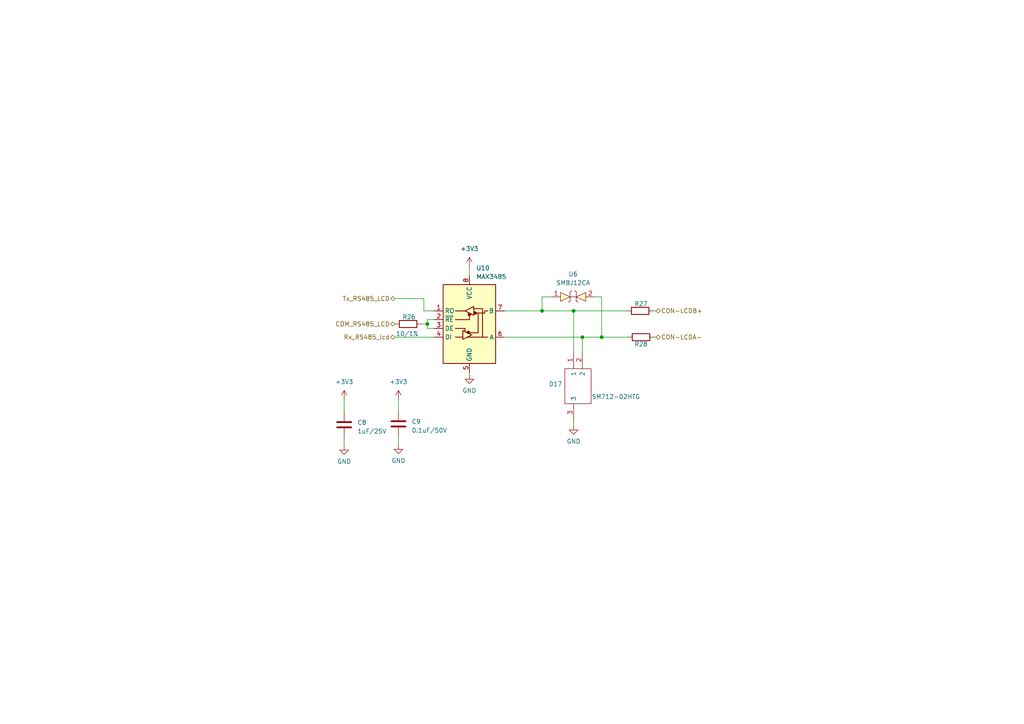
<source format=kicad_sch>
(kicad_sch (version 20230121) (generator eeschema)
  (paper "A4")
  (lib_symbols
    (symbol "Device:C" (pin_numbers hide) (pin_names (offset 0.254))
      (property "Reference" "C" (at 0.635 2.54 0))
      (property "Value" "C" (at 0.635 -2.54 0))
      (symbol "C_0_1"
        (polyline (pts (xy -2.032 -0.762) (xy 2.032 -0.762)) (stroke (width 0.508)))
        (polyline (pts (xy -2.032 0.762) (xy 2.032 0.762)) (stroke (width 0.508)))
      )
      (symbol "C_1_1"
        (pin passive line (at 0 3.81 270) (length 2.794) (name "~") (number "1"))
        (pin passive line (at 0 -3.81 90) (length 2.794) (name "~") (number "2"))
      )
    )
    (symbol "Device:R" (pin_numbers hide) (pin_names (offset 0))
      (property "Reference" "R" (at 2.032 0 90))
      (property "Value" "R" (at 0 0 90))
      (symbol "R_0_1"
        (rectangle (start -1.016 -2.54) (end 1.016 2.54) (stroke (width 0.254)))
      )
      (symbol "R_1_1"
        (pin passive line (at 0 3.81 270) (length 1.27) (name "~") (number "1"))
        (pin passive line (at 0 -3.81 90) (length 1.27) (name "~") (number "2"))
      )
    )
    (symbol "Interface_UART:MAX3485"
      (property "Reference" "U" (at -6.096 11.43 0))
      (property "Value" "MAX3485" (at 0.762 11.43 0))
      (symbol "MAX3485_0_1"
        (rectangle (start -7.62 10.16) (end 7.62 -12.7) (stroke (width 0.254)) (fill (type background)))
        (circle (center -0.3048 -3.683) (radius 0.3556) (stroke (width 0.254)) (fill (type outline)))
        (circle (center -0.0254 1.4986) (radius 0.3556) (stroke (width 0.254)) (fill (type outline)))
        (polyline (pts (xy -4.064 -5.08) (xy -1.905 -5.08)) (stroke (width 0.254)))
        (polyline (pts (xy -4.064 2.54) (xy -1.27 2.54)) (stroke (width 0.254)))
        (polyline (pts (xy -1.27 -3.2004) (xy -1.27 -3.4544)) (stroke (width 0.254)))
        (polyline (pts (xy -0.635 -5.08) (xy 5.334 -5.08)) (stroke (width 0.254)))
        (polyline (pts (xy -4.064 -2.54) (xy -1.27 -2.54) (xy -1.27 -3.175)) (stroke (width 0.254)))
        (polyline (pts (xy 0 1.27) (xy 0 0) (xy -4.064 0)) (stroke (width 0.254)))
        (polyline (pts (xy 1.27 3.175) (xy 3.81 3.175) (xy 3.81 -5.08)) (stroke (width 0.254)))
        (polyline (pts (xy 2.54 1.905) (xy 2.54 -3.81) (xy 0 -3.81)) (stroke (width 0.254)))
        (polyline (pts (xy -1.905 -3.175) (xy -1.905 -5.715) (xy 0.635 -4.445) (xy -1.905 -3.175)) (stroke (width 0.254)))
        (polyline (pts (xy -1.27 2.54) (xy 1.27 3.81) (xy 1.27 1.27) (xy -1.27 2.54)) (stroke (width 0.254)))
        (polyline (pts (xy 1.905 1.905) (xy 4.445 1.905) (xy 4.445 2.54) (xy 5.334 2.54)) (stroke (width 0.254)))
        (rectangle (start 1.27 3.175) (end 1.27 3.175))
        (circle (center 1.651 1.905) (radius 0.3556) (stroke (width 0.254)) (fill (type outline)))
      )
      (symbol "MAX3485_1_1"
        (pin output line (at -10.16 2.54 0) (length 2.54) (name "RO") (number "1"))
        (pin input line (at -10.16 0 0) (length 2.54) (name "~{RE}") (number "2"))
        (pin input line (at -10.16 -2.54 0) (length 2.54) (name "DE") (number "3"))
        (pin input line (at -10.16 -5.08 0) (length 2.54) (name "DI") (number "4"))
        (pin power_in line (at 0 -15.24 90) (length 2.54) (name "GND") (number "5"))
        (pin bidirectional line (at 10.16 -5.08 180) (length 2.54) (name "A") (number "6"))
        (pin bidirectional line (at 10.16 2.54 180) (length 2.54) (name "B") (number "7"))
        (pin power_in line (at 0 12.7 270) (length 2.54) (name "VCC") (number "8"))
      )
    )
    (symbol "SM712-02HTG:SM712-02HTG" (pin_names (offset 0.762))
      (property "Reference" "D" (at 16.51 7.62 0))
      (property "Value" "SM712-02HTG" (at 16.51 5.08 0))
      (symbol "SM712-02HTG_0_0"
        (pin passive line (at 0 0 0) (length 5.08) (name "1") (number "1"))
        (pin passive line (at 0 -2.54 0) (length 5.08) (name "2") (number "2"))
        (pin passive line (at 20.32 0 180) (length 5.08) (name "3") (number "3"))
      )
      (symbol "SM712-02HTG_0_1"
        (polyline (pts (xy 5.08 2.54) (xy 15.24 2.54) (xy 15.24 -5.08) (xy 5.08 -5.08) (xy 5.08 2.54)) (stroke (width 0.1524)))
      )
    )
    (symbol "nuevos simvolos:SMBJ12CA"
      (property "Reference" "U" (at 6.858 5.588 0))
      (property "Value" "SMBJ12CA" (at 6.858 4.064 0))
      (symbol "SMBJ12CA_0_1"
        (polyline (pts (xy 0 7.366) (xy 0 5.588)))
        (polyline (pts (xy -1.524 5.08) (xy -1.27 5.588) (xy 1.524 5.588) (xy 1.778 6.096)))
        (polyline (pts (xy -1.524 7.874) (xy -1.27 7.366) (xy 1.524 7.366) (xy 1.778 6.858)))
        (polyline (pts (xy 0 5.588) (xy -1.27 2.794) (xy 1.27 2.794) (xy 0 5.588)) (fill (type background)))
        (polyline (pts (xy 0 7.366) (xy -1.27 10.16) (xy 1.27 10.16) (xy 0 7.366)) (fill (type background)))
      )
      (symbol "SMBJ12CA_1_1"
        (pin bidirectional line (at 0 12.7 270) (length 2.54) (name "") (number "1"))
        (pin bidirectional line (at 0 0.254 90) (length 2.54) (name "") (number "2"))
      )
    )
    (symbol "power:+3V3" (power) (pin_names (offset 0))
      (property "Value" "+3V3" (at 0 3.556 0))
      (symbol "+3V3_0_1"
        (polyline (pts (xy -0.762 1.27) (xy 0 2.54)))
        (polyline (pts (xy 0 0) (xy 0 2.54)))
        (polyline (pts (xy 0 2.54) (xy 0.762 1.27)))
      )
      (symbol "+3V3_1_1"
        (pin power_in line (at 0 0 90) (length 0) hide (name "+3V3") (number "1"))
      )
    )
    (symbol "power:GND" (power) (pin_names (offset 0))
      (property "Value" "GND" (at 0 -3.81 0))
      (symbol "GND_0_1"
        (polyline (pts (xy 0 0) (xy 0 -1.27) (xy 1.27 -1.27) (xy 0 -2.54) (xy -1.27 -1.27) (xy 0 -1.27)))
      )
      (symbol "GND_1_1"
        (pin power_in line (at 0 0 270) (length 0) hide (name "GND") (number "1"))
      )
    )
  )
  (junction (at 157.226 90.17))
  (junction (at 174.498 97.79))
  (junction (at 166.37 90.17))
  (junction (at 168.91 97.79))
  (junction (at 123.952 93.98))
  (wire (pts (xy 190.246 90.17) (xy 189.484 90.17)))
  (wire (pts (xy 174.498 97.79) (xy 182.118 97.79)))
  (wire (pts (xy 172.466 86.106) (xy 174.498 86.106)))
  (wire (pts (xy 125.984 92.71) (xy 123.952 92.71)))
  (wire (pts (xy 114.554 86.614) (xy 122.936 86.614)))
  (wire (pts (xy 136.144 77.216) (xy 136.144 80.01)))
  (wire (pts (xy 146.304 97.79) (xy 168.91 97.79)))
  (wire (pts (xy 166.37 90.17) (xy 181.864 90.17)))
  (wire (pts (xy 190.246 97.79) (xy 189.738 97.79)))
  (wire (pts (xy 123.952 92.71) (xy 123.952 93.98)))
  (wire (pts (xy 157.226 86.106) (xy 157.226 90.17)))
  (wire (pts (xy 160.02 86.106) (xy 157.226 86.106)))
  (wire (pts (xy 174.498 86.106) (xy 174.498 97.79)))
  (wire (pts (xy 115.57 115.824) (xy 115.57 119.126)))
  (wire (pts (xy 168.91 97.79) (xy 168.91 101.854)))
  (wire (pts (xy 99.822 115.824) (xy 99.822 119.38)))
  (wire (pts (xy 136.144 108.712) (xy 136.144 107.95)))
  (wire (pts (xy 168.91 97.79) (xy 174.498 97.79)))
  (wire (pts (xy 157.226 90.17) (xy 166.37 90.17)))
  (wire (pts (xy 146.304 90.17) (xy 157.226 90.17)))
  (wire (pts (xy 122.936 86.614) (xy 122.936 90.17)))
  (wire (pts (xy 115.57 126.746) (xy 115.57 129.032)))
  (wire (pts (xy 123.952 95.25) (xy 125.984 95.25)))
  (wire (pts (xy 166.37 123.444) (xy 166.37 122.174)))
  (wire (pts (xy 122.174 93.98) (xy 123.952 93.98)))
  (wire (pts (xy 123.952 93.98) (xy 123.952 95.25)))
  (wire (pts (xy 166.37 90.17) (xy 166.37 101.854)))
  (wire (pts (xy 99.822 127) (xy 99.822 129.286)))
  (wire (pts (xy 122.936 90.17) (xy 125.984 90.17)))
  (wire (pts (xy 114.554 97.79) (xy 125.984 97.79)))
  (hierarchical_label "CON-LCDA-" (shape bidirectional) (at 190.246 97.79 0))
  (hierarchical_label "COM_RS485_LCD" (shape bidirectional) (at 114.554 93.98 180))
  (hierarchical_label "Rx_RS485_lcd" (shape bidirectional) (at 114.554 97.79 180))
  (hierarchical_label "CON-LCDB+" (shape bidirectional) (at 190.246 90.17 0))
  (hierarchical_label "Tx_RS485_LCD" (shape bidirectional) (at 114.554 86.614 180))
  (symbol (lib_id "power:GND") (at 166.37 123.444 0) (unit 1)
    (property "Reference" "#PWR058" (effects hide))
    (property "Value" "GND" (at 166.37 128.016 0))
    (instances (project "RoomLink" (path "" (reference "#PWR058") (unit 1))) (project "Practica" (path "" (reference "#PWR036") (unit 1))))
  )
  (symbol (lib_id "power:+3V3") (at 99.822 115.824 0) (unit 1)
    (property "Reference" "#PWR021" (effects hide))
    (property "Value" "+3V3" (at 99.822 110.744 0))
    (instances (project "Practica" (path "" (reference "#PWR021") (unit 1)) (path "" (reference "#PWR038") (unit 1))))
  )
  (symbol (lib_id "Device:R") (at 185.928 97.79 90) (unit 1)
    (property "Reference" "R28" (at 185.928 99.822 90))
    (property "Value" "10/1%" (effects hide))
    (property "Footprint" "Resistor_SMD:R_0805_2012Metric" (effects hide))
    (instances (project "RoomLink" (path "" (reference "R28") (unit 1))) (project "Practica" (path "" (reference "R23") (unit 1))))
  )
  (symbol (lib_id "power:GND") (at 136.144 108.712 0) (unit 1)
    (property "Reference" "#PWR058" (effects hide))
    (property "Value" "GND" (at 136.144 113.284 0))
    (instances (project "RoomLink" (path "" (reference "#PWR058") (unit 1))) (project "Practica" (path "" (reference "#PWR039") (unit 1))))
  )
  (symbol (lib_id "SM712-02HTG:SM712-02HTG") (at 166.37 101.854 90) (mirror x) (unit 1)
    (property "Reference" "D17" (at 163.068 111.379 90) (effects (justify left)))
    (property "Value" "SM712-02HTG" (at 185.674 115.062 90) (effects (justify left)))
    (property "Footprint" "SM712-02HTG:SM71202HTG" (effects hide))
    (property "Datasheet" "https://www.littelfuse.com/media?resourcetype=datasheets&itemid=a4019802-ff62-41ff-bf66-295f97422f81&filename=littelfuse-tvs-diode-array-sm712-datasheet" (effects hide))
    (property "Description" "31V, 19V Clamp 19A (8/20s) Ipp Tvs Diode Surface Mount SOT-23-3" (effects hide))
    (property "Height" "1.12" (effects hide))
    (property "Mouser Part Number" "576-SM712-02HTG" (effects hide))
    (property "Mouser Price/Stock" "https://www.mouser.co.uk/ProductDetail/Littelfuse/SM712-02HTG?qs=aGgfWYEhH7lQgBVBPCUDkw%3D%3D" (effects hide))
    (property "Manufacturer_Name" "LITTELFUSE" (effects hide))
    (property "Manufacturer_Part_Number" "SM712-02HTG" (effects hide))
    (instances (project "RoomLink" (path "" (reference "D17") (unit 1))) (project "Practica" (path "" (reference "D10") (unit 1))))
  )
  (symbol (lib_id "Device:C") (at 115.57 122.936 0) (unit 1)
    (property "Reference" "C9" (at 119.38 122.301 0) (effects (justify left)))
    (property "Value" "0.1uF/50V" (at 119.38 124.841 0) (effects (justify left)))
    (property "Footprint" "Capacitor_SMD:C_0805_2012Metric" (effects hide))
    (instances (project "RoomLink" (path "" (reference "C9") (unit 1))) (project "Practica" (path "" (reference "C6") (unit 1))))
  )
  (symbol (lib_id "nuevos simvolos:SMBJ12CA") (at 172.72 86.106 90) (unit 1)
    (property "Reference" "U6" (at 166.243 79.502 90))
    (property "Value" "SMBJ12CA" (at 166.243 82.042 90))
    (property "Footprint" "nuevo simbolo:SMBJ12CA" (effects hide))
    (property "Datasheet" "https://pdf1.alldatasheet.com/datasheet-pdf/view/568474/SOCAY/SMBJ12CA.html" (effects hide))
  )
  (symbol (lib_id "power:GND") (at 115.57 129.032 0) (unit 1)
    (property "Reference" "#PWR058" (effects hide))
    (property "Value" "GND" (at 115.57 133.604 0))
    (instances (project "RoomLink" (path "" (reference "#PWR058") (unit 1))) (project "Practica" (path "" (reference "#PWR037") (unit 1))))
  )
  (symbol (lib_id "Interface_UART:MAX3485") (at 136.144 92.71 0) (unit 1)
    (property "Reference" "U10" (at 138.0999 77.724 0) (effects (justify left)))
    (property "Value" "MAX3485" (at 138.0999 80.264 0) (effects (justify left)))
    (property "Datasheet" "https://datasheets.maximintegrated.com/en/ds/MAX3483-MAX3491.pdf" (effects hide))
  )
  (symbol (lib_id "power:GND") (at 99.822 129.286 0) (unit 1)
    (property "Reference" "#PWR056" (effects hide))
    (property "Value" "GND" (at 99.822 133.858 0))
    (instances (project "RoomLink" (path "" (reference "#PWR056") (unit 1))) (project "Practica" (path "" (reference "#PWR035") (unit 1))))
  )
  (symbol (lib_id "power:+3V3") (at 136.144 77.216 0) (unit 1)
    (property "Reference" "#PWR021" (effects hide))
    (property "Value" "+3V3" (at 136.144 72.136 0))
    (instances (project "Practica" (path "" (reference "#PWR021") (unit 1)) (path "" (reference "#PWR040") (unit 1))))
  )
  (symbol (lib_id "Device:C") (at 99.822 123.19 0) (unit 1)
    (property "Reference" "C8" (at 103.632 122.555 0) (effects (justify left)))
    (property "Value" "1uF/25V" (at 103.632 125.095 0) (effects (justify left)))
    (property "Footprint" "Capacitor_SMD:C_0805_2012Metric" (effects hide))
    (instances (project "RoomLink" (path "" (reference "C8") (unit 1))) (project "Practica" (path "" (reference "C5") (unit 1))))
  )
  (symbol (lib_id "Device:R") (at 118.364 93.98 90) (unit 1)
    (property "Reference" "R26" (at 118.618 91.948 90))
    (property "Value" "10/1%" (at 118.11 96.774 90))
    (property "Footprint" "Resistor_SMD:R_0805_2012Metric" (effects hide))
    (instances (project "RoomLink" (path "" (reference "R26") (unit 1))) (project "Practica" (path "" (reference "R24") (unit 1))))
  )
  (symbol (lib_id "power:+3V3") (at 115.57 115.824 0) (unit 1)
    (property "Reference" "#PWR021" (effects hide))
    (property "Value" "+3V3" (at 115.57 110.744 0))
    (instances (project "Practica" (path "" (reference "#PWR021") (unit 1)) (path "" (reference "#PWR033") (unit 1))))
  )
  (symbol (lib_id "Device:R") (at 185.674 90.17 90) (unit 1)
    (property "Reference" "R27" (at 185.928 88.138 90))
    (property "Value" "10/1%" (effects hide))
    (property "Footprint" "Resistor_SMD:R_0805_2012Metric" (effects hide))
    (instances (project "RoomLink" (path "" (reference "R27") (unit 1))) (project "Practica" (path "" (reference "R22") (unit 1))))
  )
)
</source>
